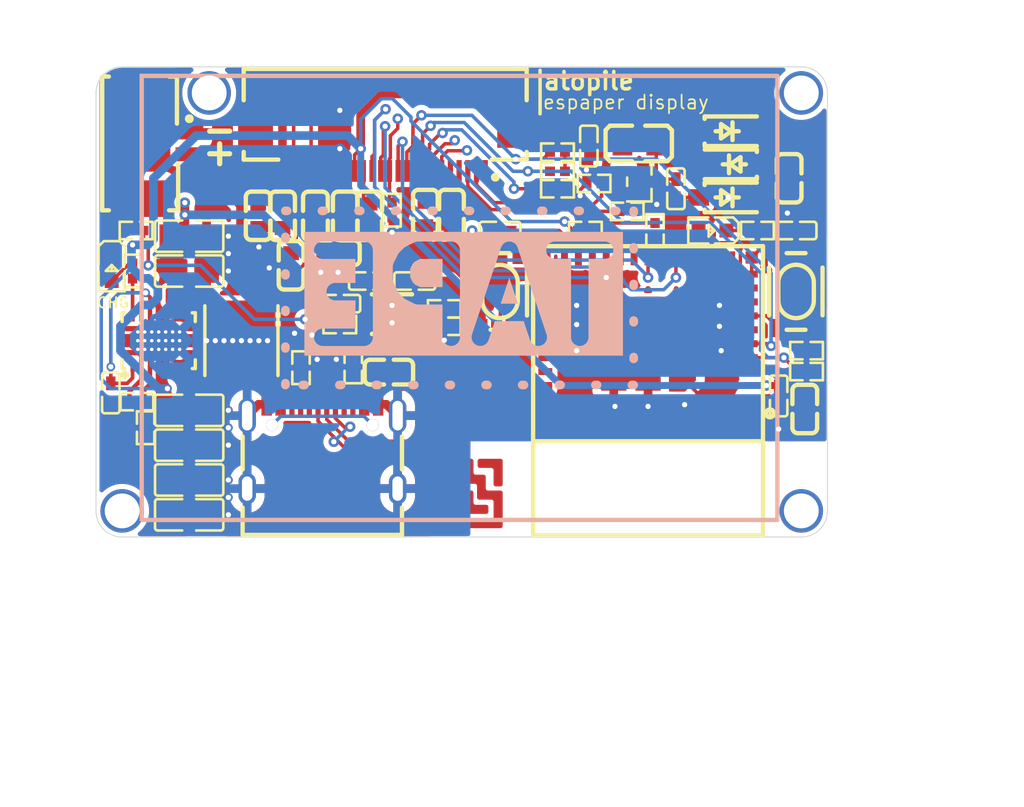
<source format=kicad_pcb>
(kicad_pcb (version 20241229) (generator "pcbnew") (generator_version "9.0")
  (layers (0 "F.Cu" signal) (2 "B.Cu" signal) (13 "F.Paste" user) (15 "B.Paste" user) (5 "F.SilkS" user "F.Silkscreen") (7 "B.SilkS" user "B.Silkscreen") (1 "F.Mask" user) (3 "B.Mask" user) (25 "Edge.Cuts" user))
  (net 0 "")
  (net 1 "esp32-net-11")
  (net 2 "RX")
  (net 3 "TX")
  (net 4 "EPD_SPI_MISO")
  (net 5 "conn-net")
  (net 6 "data_2")
  (net 7 "_25")
  (net 8 "A5")
  (net 9 "vpp-line")
  (net 10 "esp32-net-2")
  (net 11 "gate")
  (net 12 "esp32-net-6")
  (net 13 "vsh-line")
  (net 14 "N_TRST")
  (net 15 "_26")
  (net 16 "esp32-net-10")
  (net 17 "bs-line")
  (net 18 "esp32-net-3")
  (net 19 "SCK")
  (net 20 "prevgl-anode")
  (net 21 "B5")
  (net 22 "esp32-net-1")
  (net 23 "esp32-net-8")
  (net 24 "hlt_ctl-line")
  (net 25 "esp32-net-5")
  (net 26 "B8")
  (net 27 "tsda-line")
  (net 28 "esp32-net-13")
  (net 29 "esp32-net-9")
  (net 30 "vdd-line")
  (net 31 "vsl-line")
  (net 32 "source")
  (net 33 "A8")
  (net 34 "esp32-net-12")
  (net 35 "esp32-net-4")
  (net 36 "vgl-line")
  (net 37 "vddio")
  (net 38 "vcom-line")
  (net 39 "esp32-net-7")
  (net 40 "SCL")
  (net 41 "tscl-line")
  (net 42 "esp32-net-0")
  (net 43 "d_gnd-anode")
  (net 44 "USB_D_P")
  (net 45 "EPD_SPI_MOSI")
  (net 46 "USB_D_N")
  (net 47 "output")
  (net 48 "charge_pump_inductor-anode")
  (net 49 "prevgh-cathode")
  (net 50 "vgh-line")
  (net 51 "EPD_RST")
  (net 52 "EPD_BUSY")
  (net 53 "L1")
  (net 54 "ISET")
  (net 55 "ILIM_VSET")
  (net 56 "POWER_VBUS")
  (net 57 "POWER_3V3")
  (net 58 "power_sys-VCC")
  (net 59 "power-VCC")
  (net 60 "_power_in_a-VCC")
  (net 61 "VDIV_OUTPUT")
  (net 62 "model-power-GND")
  (net 63 "nCE")
  (net 64 "STAT1")
  (net 65 "L2")
  (net 66 "PG")
  (net 67 "TS_MR")
  (net 68 "EPD_SPI_SCLK")
  (net 69 "EPD_SPI_CS")
  (net 70 "EPD_DC")
  (net 71 "blue_led-cathode")
  (net 72 "power-anode")
  (net 73 "red_led-power-GND")
  (net 74 "footprint-cathode")
  (footprint "UNI_ROYAL_0402WGF1004TCE:R0402" (layer "F.Cu") (at 130.1 99.725 90)
    (property "Reference" "R5" (hide yes))
    (property "Value" "1MΩ ±1% 62.5mW")
  )
  (footprint "MOLEX_532610271:CONN-SMD_532610271" (layer "F.Cu") (at 131.9175 92.4 90)
    (property "Reference" "U1" (hide yes))
    (property "Value" "")
  )
  (footprint "Samsung_Electro_Mechanics_CL21A226MQQNNNE:C0805" (layer "F.Cu") (at 133.35 111.725)
    (property "Reference" "C21" (hide yes))
    (property "Value" "22µF ±20% 6.3V X5R")
  )
  (footprint "Murata_Electronics_GRM155R60J106ME44D:C0402" (layer "F.Cu") (at 143.7 100.3)
    (property "Reference" "C26" (hide yes))
    (property "Value" "10µF ±20% 6.3V X5R")
  )
  (footprint "Samsung_Electro_Mechanics_CL05A105KA5NQNC:C0402" (layer "F.Cu") (at 146.3 100.3 180)
    (property "Reference" "C27" (hide yes))
    (property "Value" "1µF ±10% 25V X5R")
  )
  (footprint "Samsung_Electro_Mechanics_CL10A105KB8NNNC:C0603" (layer "F.Cu") (at 137.313182 96.554221 -90)
    (property "Reference" "C13" (hide yes))
    (property "Value" "1µF ±10% 50V X5R")
  )
  (footprint "Samsung_Electro_Mechanics_CL10A105KB8NNNC:C0603" (layer "F.Cu") (at 143.713182 96.554221 -90)
    (property "Reference" "C2" (hide yes))
    (property "Value" "1µF ±10% 50V X5R")
  )
  (footprint "UNI_ROYAL_0402WGF4701TCE:R0402" (layer "F.Cu") (at 139.772949 105.277503 90)
    (property "Reference" "R13" (hide yes))
    (property "Value" "4.7kΩ ±1% 62.5mW")
  )
  (footprint "UNI_ROYAL_0402WGF1002TCE:R0402" (layer "F.Cu") (at 168.8 104.3 180)
    (property "Reference" "R9" (hide yes))
    (property "Value" "10kΩ ±1% 62.5mW")
  )
  (footprint "UNI_ROYAL_0402WGF2003TCE:R0402" (layer "F.Cu") (at 130.35 107.225 180)
    (property "Reference" "R1" (hide yes))
    (property "Value" "200kΩ ±1% 62.5mW")
  )
  (footprint "YAGEO_RC0402FR_0718KL:R0402" (layer "F.Cu") (at 148 102.9)
    (property "Reference" "R17" (hide yes))
    (property "Value" "18kΩ ±1% 62.5mW")
  )
  (footprint "UNI_ROYAL_0402WGF2001TCE:R0402" (layer "F.Cu") (at 148 101.9)
    (property "Reference" "R15" (hide yes))
    (property "Value" "2kΩ ±1% 62.5mW")
  )
  (footprint "UNI_ROYAL_0402WGF1002TCE:R0402" (layer "F.Cu") (at 154.5 92.9)
    (property "Reference" "R12" (hide yes))
    (property "Value" "10kΩ ±1% 62.5mW")
  )
  (footprint "Samsung_Electro_Mechanics_CL10A105KB8NNNC:C0603" (layer "F.Cu") (at 167.8 94.4 -90)
    (property "Reference" "C12" (hide yes))
    (property "Value" "1µF ±10% 50V X5R")
  )
  (footprint "Samsung_Electro_Mechanics_CL10A105KB8NNNC:C0603" (layer "F.Cu") (at 139.2 99.4 -90)
    (property "Reference" "C10" (hide yes))
    (property "Value" "1µF ±10% 50V X5R")
  )
  (footprint "UNI_ROYAL_0402WGF1002TCE:R0402" (layer "F.Cu") (at 168.8 105.5)
    (property "Reference" "R7" (hide yes))
    (property "Value" "10kΩ ±1% 62.5mW")
  )
  (footprint "Samsung_Electro_Mechanics_CL05A105KA5NQNC:C0402" (layer "F.Cu") (at 161.3 95 90)
    (property "Reference" "C18" (hide yes))
    (property "Value" "1µF ±10% 25V X5R")
  )
  (footprint "FOJAN_FRC0402F1204TS:R0402" (layer "F.Cu") (at 130.85 108.725 90)
    (property "Reference" "R2" (hide yes))
    (property "Value" "1.2MΩ ±1% 62.5mW")
  )
  (footprint "Taiyo_Yuden_LB2012T680M:L0805" (layer "F.Cu") (at 159.2 92.4)
    (property "Reference" "L2" (hide yes))
    (property "Value" "68µH ±20% 50mA 6Ω")
  )
  (footprint "Samsung_Electro_Mechanics_CL21A226MQQNNNE:C0805" (layer "F.Cu") (at 133.35 107.725)
    (property "Reference" "C23" (hide yes))
    (property "Value" "22µF ±20% 6.3V X5R")
  )
  (footprint "UNI_ROYAL_0402WGF1002TCE:R0402" (layer "F.Cu") (at 156.6 94.7 180)
    (property "Reference" "R11" (hide yes))
    (property "Value" "10kΩ ±1% 62.5mW")
  )
  (footprint "Hubei_KENTO_Elec_KT_0603R:LED0603-RD" (layer "F.Cu") (at 128.9 99.5 -90)
    (property "Reference" "LED2" (hide yes))
    (property "Value" "")
  )
  (footprint "TWGMC_MBR0530:SOD-123_L2.7-W1.6-LS3.7-RD-1" (layer "F.Cu") (at 164.6 93.6)
    (property "Reference" "D3" (hide yes))
    (property "Value" "")
  )
  (footprint "Texas_Instruments_TPS63020DSJR:VSON-14_L4.0-W3.0-P0.50-BL-EP_TI_DSJ" (layer "F.Cu") (at 131.6 103.725)
    (property "Reference" "U3" (hide yes))
    (property "Value" "")
  )
  (footprint "Samsung_Electro_Mechanics_CL05B104KO5NNNC:C0402" (layer "F.Cu") (at 168.2 97.4 180)
    (property "Reference" "C15" (hide yes))
    (property "Value" "100nF ±10% 16V X7R")
  )
  (footprint "Espressif_Systems_ESP32_C3_MINI_1_N4:WIFIM-SMD_ESP32-C3-MINI-1" (layer "F.Cu") (at 159.7 103.9 180)
    (property "Reference" "U2" (hide yes))
    (property "Value" "")
  )
  (footprint "UNI_ROYAL_0402WGF4701TCE:R0402" (layer "F.Cu") (at 142.773595 105.23043 90)
    (property "Reference" "R14" (hide yes))
    (property "Value" "4.7kΩ ±1% 62.5mW")
  )
  (footprint "YAGEO_RL0402FR_070R47L:R0402" (layer "F.Cu") (at 158.5 96.3)
    (property "Reference" "R10" (hide yes))
    (property "Value" "470mΩ ±1%")
  )
  (footprint "Samsung_Electro_Mechanics_CL21A106KAYNNNE:C0805" (layer "F.Cu") (at 133.35 99.725)
    (property "Reference" "C3" (hide yes))
    (property "Value" "10µF ±10% 25V X5R")
  )
  (footprint "cjiang_FNR4030S1R0MT:IND-SMD_L4.0-W4.0_FNR40XXS" (layer "F.Cu") (at 136.35 103.725 -90)
    (property "Reference" "L1" (hide yes))
    (property "Value" "1µH ±20% 4.7A 18mΩ")
  )
  (footprint "Samsung_Electro_Mechanics_CL05B104KO5NNNC:C0402" (layer "F.Cu") (at 128.85 106.725 -90)
    (property "Reference" "C24" (hide yes))
    (property "Value" "100nF ±10% 16V X7R")
  )
  (footprint "Hubei_KENTO_Elec_Blue_light_0603:LED0603-RD" (layer "F.Cu") (at 163.4 97.4 180)
    (property "Reference" "LED1" (hide yes))
    (property "Value" "")
  )
  (footprint "kinghelm_KH_TYPE_C_16P:USB-C-SMD_KH-TYPE-C-16P" (layer "F.Cu") (at 141 109.8)
    (property "Reference" "USB1" (hide yes))
    (property "Value" "")
  )
  (footprint "Samsung_Electro_Mechanics_CL05A475MP5NRNC:C0402" (layer "F.Cu") (at 156.3 92.55 -90)
    (property "Reference" "C1" (hide yes))
    (property "Value" "4.7µF ±20% 10V X5R")
  )
  (footprint "Samsung_Electro_Mechanics_CL21A226MQQNNNE:C0805" (layer "F.Cu") (at 133.35 113.725)
    (property "Reference" "C20" (hide yes))
    (property "Value" "22µF ±20% 6.3V X5R")
  )
  (footprint "UNI_ROYAL_0402WGF1002TCE:R0402" (layer "F.Cu") (at 142 102.8 180)
    (property "Reference" "R16" (hide yes))
    (property "Value" "10kΩ ±1% 62.5mW")
  )
  (footprint "UNI_ROYAL_0402WGF1002TCE:R0402" (layer "F.Cu") (at 165.98 97.4)
    (property "Reference" "R20" (hide yes))
    (property "Value" "10kΩ ±1% 62.5mW")
  )
  (footprint "TECH_PUBLIC_SI1308EDL:SOT-323-3_L2.0-W1.3-P1.30-LS2.1-BR" (layer "F.Cu") (at 159.2 94.6 180)
    (property "Reference" "Q1" (hide yes))
    (property "Value" "")
  )
  (footprint "UNI_ROYAL_0402WGF330KTCE:R0402" (layer "F.Cu") (at 154.5 95)
    (property "Reference" "R3" (hide yes))
    (property "Value" "3.3Ω ±1% 62.5mW")
  )
  (footprint "ALPSALPINE_SKRPACE010:KEY-SMD_4P-L4.2-W3.2-P2.20-LS4.6" (layer "F.Cu") (at 151.2 100.9 90)
    (property "Reference" "SW1" (hide yes))
    (property "Value" "")
  )
  (footprint "UNI_ROYAL_0402WGF1002TCE:R0402" (layer "F.Cu") (at 154.5 94)
    (property "Reference" "R4" (hide yes))
    (property "Value" "10kΩ ±1% 62.5mW")
  )
  (footprint "Samsung_Electro_Mechanics_CL21A226MQQNNNE:C0805" (layer "F.Cu") (at 133.35 109.725)
    (property "Reference" "C22" (hide yes))
    (property "Value" "22µF ±20% 6.3V X5R")
  )
  (footprint "XUNPU_FPC_05F_24PH20:FPC-SMD_24P-P0.50_FPC-05F-24PH20" (layer "F.Cu") (at 144.6 92.69 180)
    (property "Reference" "FPC1" (hide yes))
    (property "Value" "")
  )
  (footprint "Samsung_Electro_Mechanics_CL10A105KB8NNNC:C0603" (layer "F.Cu") (at 142.313182 96.554221 -90)
    (property "Reference" "C7" (hide yes))
    (property "Value" "1µF ±10% 50V X5R")
  )
  (footprint "Samsung_Electro_Mechanics_CL21A106KAYNNNE:C0805" (layer "F.Cu") (at 133.35 97.725)
    (property "Reference" "C4" (hide yes))
    (property "Value" "10µF ±10% 25V X5R")
  )
  (footprint "UNI_ROYAL_0402WGF1002TCE:R0402" (layer "F.Cu") (at 160.1 97.4 90)
    (property "Reference" "R6" (hide yes))
    (property "Value" "10kΩ ±1% 62.5mW")
  )
  (footprint "Samsung_Electro_Mechanics_CL05B104KO5NNNC:C0402" (layer "F.Cu") (at 151.2 97.4)
    (property "Reference" "C14" (hide yes))
    (property "Value" "100nF ±10% 16V X7R")
  )
  (footprint "atopile_Logo_4x4mm:atopile_Logo_4x4mm" (layer "F.Cu") (at 149.2 112.467832)
    (property "Reference" "LOGO1" (hide yes))
    (property "Value" "" (hide yes))
  )
  (footprint "UNI_ROYAL_0402WGF1002TCE:R0402" (layer "F.Cu") (at 146.663837 103.878114)
    (property "Reference" "R19" (hide yes))
    (property "Value" "10kΩ ±1% 62.5mW")
  )
  (footprint "Samsung_Electro_Mechanics_CL10A105KB8NNNC:C0603" (layer "F.Cu") (at 146.913182 96.454221 -90)
    (property "Reference" "C6" (hide yes))
    (property "Value" "1µF ±10% 50V X5R")
  )
  (footprint "Samsung_Electro_Mechanics_CL10A105KB8NNNC:C0603" (layer "F.Cu") (at 138.713182 96.554221 -90)
    (property "Reference" "C11" (hide yes))
    (property "Value" "1µF ±10% 50V X5R")
  )
  (footprint "Samsung_Electro_Mechanics_CL10A475KO8NNNC:C0603" (layer "F.Cu") (at 144.817527 105.531916)
    (property "Reference" "C19" (hide yes))
    (property "Value" "4.7µF ±10% 16V X5R")
  )
  (footprint "Samsung_Electro_Mechanics_CL10A105KB8NNNC:C0603" (layer "F.Cu") (at 148.413182 96.454221 -90)
    (property "Reference" "C5" (hide yes))
    (property "Value" "1µF ±10% 50V X5R")
  )
  (footprint "Samsung_Electro_Mechanics_CL05A105KA5NQNC:C0402" (layer "F.Cu") (at 142 101.6 180)
    (property "Reference" "C25" (hide yes))
    (property "Value" "1µF ±10% 25V X5R")
  )
  (footprint "UNI_ROYAL_0402WGF1002TCE:R0402" (layer "F.Cu") (at 145 96.23 -90)
    (property "Reference" "R18" (hide yes))
    (property "Value" "10kΩ ±1% 62.5mW")
  )
  (footprint "Samsung_Electro_Mechanics_CL10A105KB8NNNC:C0603" (layer "F.Cu") (at 141.752718 98.676807)
    (property "Reference" "C8" (hide yes))
    (property "Value" "1µF ±10% 50V X5R")
  )
  (footprint "ALPSALPINE_SKRPACE010:KEY-SMD_4P-L4.2-W3.2-P2.20-LS4.6" (layer "F.Cu") (at 168.2 100.9 -90)
    (property "Reference" "SW2" (hide yes))
    (property "Value" "")
  )
  (footprint "UNI_ROYAL_0402WGF1002TCE:R0402" (layer "F.Cu") (at 130.3 97.4)
    (property "Reference" "R21" (hide yes))
    (property "Value" "10kΩ ±1% 62.5mW")
  )
  (footprint "UNI_ROYAL_0402WGF1002TCE:R0402" (layer "F.Cu") (at 156.1 97.4 180)
    (property "Reference" "R8" (hide yes))
    (property "Value" "10kΩ ±1% 62.5mW")
  )
  (footprint "BQ25185DLHR_BQ25185DLHR:WSON-10_L2.2-W2.0-P0.40-BL-EP_TI_DLH0010A" (layer "F.Cu") (at 145 102.2 -90)
    (property "Reference" "U4" (hide yes))
    (property "Value" "")
  )
  (footprint "Samsung_Electro_Mechanics_CL05B104KO5NNNC:C0402" (layer "F.Cu") (at 167.2 106.9 -90)
    (property "Reference" "C17" (hide yes))
    (property "Value" "100nF ±10% 16V X7R")
  )
  (footprint "Samsung_Electro_Mechanics_CL10A105KB8NNNC:C0603" (layer "F.Cu") (at 140.6 96.554221 -90)
    (property "Reference" "C9" (hide yes))
    (property "Value" "1µF ±10% 50V X5R")
  )
  (footprint "TWGMC_MBR0530:SOD-123_L2.7-W1.6-LS3.7-RD-1" (layer "F.Cu") (at 164.3 95.5 180)
    (property "Reference" "D1" (hide yes))
    (property "Value" "")
  )
  (footprint "Samsung_Electro_Mechanics_CL10A226MQ8NRNC:C0603" (layer "F.Cu") (at 168.7 107.65 -90)
    (property "Reference" "C16" (hide yes))
    (property "Value" "22µF ±20% 6.3V X5R")
  )
  (footprint "TWGMC_MBR0530:SOD-123_L2.7-W1.6-LS3.7-RD-1" (layer "F.Cu") (at 164.3 91.7 180)
    (property "Reference" "D2" (hide yes))
    (property "Value" "")
  )
  (footprint "EEMB_BATTERY_LP402535:EEMB_BATTERY_LP402535" (layer "B.Cu") (at 148.875 101.27 -90)
    (property "Reference" "B1" (hide yes))
    (property "Value" "")
  )
  (gr_line (start 153.5 88.2) (end 153.5 90.7) (stroke (width 0.2)) (layer "F.SilkS"))
  (gr_arc (start 128 89.5) (mid 128.43934 88.43934) (end 129.5 88) (stroke (width 0.05)) (layer "Edge.Cuts"))
  (gr_arc (start 170 113.5) (mid 169.56066 114.56066) (end 168.5 115) (stroke (width 0.05)) (layer "Edge.Cuts"))
  (gr_line (start 128 113.5) (end 128 89.5) (stroke (width 0.05)) (layer "Edge.Cuts"))
  (gr_line (start 170 89.5) (end 170 113.5) (stroke (width 0.05)) (layer "Edge.Cuts"))
  (gr_line (start 129.5 88) (end 168.5 88) (stroke (width 0.05)) (layer "Edge.Cuts"))
  (gr_arc (start 129.5 115) (mid 128.43934 114.56066) (end 128 113.5) (stroke (width 0.05)) (layer "Edge.Cuts"))
  (gr_line (start 168.5 115) (end 129.5 115) (stroke (width 0.05)) (layer "Edge.Cuts"))
  (gr_arc (start 168.5 88) (mid 169.56066 88.43934) (end 170 89.5) (stroke (width 0.05)) (layer "Edge.Cuts"))
  (gr_text "espaper display" (at 153.6 90.5 0) (layer "F.SilkS") (effects (font (size 0.8 0.8) (thickness 0.1)) (justify left bottom)))
  (gr_text "+" (at 135.1 93.1 180) (layer "F.SilkS") (effects (font (size 1.5 1.5) (thickness 0.3))))
  (gr_text "CHG" (at 128 101.9 0) (layer "F.SilkS") (effects (font (size 0.6 0.6) (thickness 0.1)) (justify left bottom)))
  (gr_text "-" (at 135.1 91.8 180) (layer "F.SilkS") (effects (font (size 1.5 1.5) (thickness 0.3))))
  (gr_text "atopile" (at 153.6 89.4 0) (layer "F.SilkS") (effects (font (size 1 1) (thickness 0.2)) (justify left bottom)))
  (via (at 149.6 97.4) (size 0.6) (drill 0.3) (layers "F.Cu" "B.Cu") (net 0))
  (via (at 168.5 113.5) (size 2.5) (drill 2) (layers "F.Cu" "B.Cu") (net 0))
  (via (at 129.5 113.5) (size 2.5) (drill 2) (layers "F.Cu" "B.Cu") (net 0))
  (via (at 168.5 89.5) (size 2.5) (drill 2) (layers "F.Cu" "B.Cu") (net 0))
  (via (at 134.5 89.5) (size 2.5) (drill 2) (layers "F.Cu" "B.Cu") (net 0))
  (segment (start 156.5 97.43) (end 156.53 97.4) (width 0.2) (layer "F.Cu") (net 4))
  (segment (start 156.5 99) (end 156.5 97.43) (width 0.2) (layer "F.Cu") (net 4))
  (segment (start 143.89 108.57) (end 143.385201 108.065201) (width 0.2) (layer "B.Cu") (net 5))
  (segment (start 138.614799 108.065201) (end 138.11 108.57) (width 0.2) (layer "B.Cu") (net 5))
  (segment (start 143.385201 108.065201) (end 138.614799 108.065201) (width 0.2) (layer "B.Cu") (net 5))
  (segment (start 139.772949 105.787503) (end 139.772949 107.357051) (width 0.25) (layer "F.Cu") (net 8))
  (segment (start 139.772949 107.357051) (end 139.75 107.38) (width 0.25) (layer "F.Cu") (net 8))
  (segment (start 141.363182 93.944221) (end 141.363182 98.604221) (width 0.2) (layer "F.Cu") (net 9))
  (segment (start 141.363182 98.604221) (end 141.313182 98.654221) (width 0.2) (layer "F.Cu") (net 9))
  (segment (start 157.03 94.7) (end 157.03 95.4319) (width 0.2) (layer "F.Cu") (net 11))
  (segment (start 157.55 94.7) (end 158.3 93.95) (width 0.2) (layer "F.Cu") (net 11))
  (segment (start 155.1639 95.801) (end 155.1629 95.8) (width 0.2) (layer "F.Cu") (net 11))
  (segment (start 149.85 94.7899) (end 149.85 93.98) (width 0.2) (layer "F.Cu") (net 11))
  (segment (start 157.03 94.7) (end 157.55 94.7) (width 0.2) (layer "F.Cu") (net 11))
  (segment (start 150.8601 95.8) (end 149.85 94.7899) (width 0.2) (layer "F.Cu") (net 11))
  (segment (start 156.048943 96.001) (end 155.551057 96.001) (width 0.2) (layer "F.Cu") (net 11))
  (segment (start 157.03 95.4319) (end 156.5629 95.899) (width 0.2) (layer "F.Cu") (net 11))
  (segment (start 155.551057 96.001) (end 155.351057 95.801) (width 0.2) (layer "F.Cu") (net 11))
  (segment (start 155.351057 95.801) (end 155.1639 95.801) (width 0.2) (layer "F.Cu") (net 11))
  (segment (start 156.5629 95.899) (end 156.150943 95.899) (width 0.2) (layer "F.Cu") (net 11))
  (segment (start 156.150943 95.899) (end 156.048943 96.001) (width 0.2) (layer "F.Cu") (net 11))
  (segment (start 155.1629 95.8) (end 150.8601 95.8) (width 0.2) (layer "F.Cu") (net 11))
  (segment (start 140.6 95.767403) (end 140.863182 95.504221) (width 0.2) (layer "F.Cu") (net 13))
  (segment (start 140.863182 95.504221) (end 140.863182 93.944221) (width 0.2) (layer "F.Cu") (net 13))
  (segment (start 140.6 95.854221) (end 140.6 95.767403) (width 0.2) (layer "F.Cu") (net 13))
  (segment (start 167.13 98.8) (end 167.13 98.67) (width 0.2) (layer "F.Cu") (net 14))
  (segment (start 167.65 98.15) (end 167.65 97.4) (width 0.2) (layer "F.Cu") (net 14))
  (segment (start 167.13 103.13) (end 167.13 103) (width 0.2) (layer "F.Cu") (net 14))
  (segment (start 167.13 98.67) (end 167.65 98.15) (width 0.2) (layer "F.Cu") (net 14))
  (segment (start 167.13 103) (end 167.13 102.93) (width 0.2) (layer "F.Cu") (net 14))
  (segment (start 168.3 104.3) (end 167.13 103.13) (width 0.2) (layer "F.Cu") (net 14))
  (segment (start 167.13 98.8) (end 167.13 103) (width 0.2) (layer "F.Cu") (net 14))
  (segment (start 166.5 102.3) (end 165.6 102.3) (width 0.2) (layer "F.Cu") (net 14))
  (segment (start 167.13 102.93) (end 166.5 102.3) (width 0.2) (layer "F.Cu") (net 14))
  (segment (start 168.37 104.3) (end 168.3 104.3) (width 0.2) (layer "F.Cu") (net 14))
  (segment (start 146.85 93.034143) (end 146.85 93.98) (width 0.2) (layer "F.Cu") (net 17))
  (segment (start 147.154131 92.445869) (end 147.154131 92.730012) (width 0.2) (layer "F.Cu") (net 17))
  (segment (start 147.8 91.8) (end 147.154131 92.445869) (width 0.2) (layer "F.Cu") (net 17))
  (segment (start 154.07 95) (end 152 95) (width 0.2) (layer "F.Cu") (net 17))
  (segment (start 147.154131 92.730012) (end 146.85 93.034143) (width 0.2) (layer "F.Cu") (net 17))
  (segment (start 147.9 91.8) (end 147.8 91.8) (width 0.2) (layer "F.Cu") (net 17))
  (via (at 147.9 91.8) (size 0.6) (drill 0.3) (layers "F.Cu" "B.Cu") (net 17))
  (via (at 152 95) (size 0.6) (drill 0.3) (layers "F.Cu" "B.Cu") (net 17))
  (segment (start 147.9 91.8) (end 148.0809 91.6191) (width 0.2) (layer "B.Cu") (net 17))
  (segment (start 152 94.617043) (end 152 95) (width 0.2) (layer "B.Cu") (net 17))
  (segment (start 149.002057 91.6191) (end 152 94.617043) (width 0.2) (layer "B.Cu") (net 17))
  (segment (start 148.0809 91.6191) (end 149.002057 91.6191) (width 0.2) (layer "B.Cu") (net 17))
  (segment (start 166.4 93.6) (end 166.6 93.8) (width 0.2) (layer "F.Cu") (net 20))
  (segment (start 166.6 93.8) (end 167.7 93.8) (width 0.2) (layer "F.Cu") (net 20))
  (segment (start 139.35 93.98) (end 139.35 90.65) (width 0.2) (layer "F.Cu") (net 20))
  (segment (start 167.7 93.8) (end 167.8 93.7) (width 0.2) (layer "F.Cu") (net 20))
  (segment (start 167.8 91.5) (end 167.8 93.7) (width 0.2) (layer "F.Cu") (net 20))
  (segment (start 166.3 93.6) (end 166.4 93.6) (width 0.2) (layer "F.Cu") (net 20))
  (segment (start 141.399 88.601) (end 164.901 88.601) (width 0.2) (layer "F.Cu") (net 20))
  (segment (start 139.35 90.65) (end 141.399 88.601) (width 0.2) (layer "F.Cu") (net 20))
  (segment (start 164.901 88.601) (end 167.8 91.5) (width 0.2) (layer "F.Cu") (net 20))
  (segment (start 142.773595 107.356405) (end 142.75 107.38) (width 0.25) (layer "F.Cu") (net 21))
  (segment (start 142.773595 105.74043) (end 142.773595 107.356405) (width 0.25) (layer "F.Cu") (net 21))
  (segment (start 147.35 93.103) (end 147.35 93.98) (width 0.2) (layer "F.Cu") (net 27))
  (segment (start 148.401 92.4191) (end 148.0339 92.4191) (width 0.2) (layer "F.Cu") (net 27))
  (segment (start 148.6 92.2201) (end 148.401 92.4191) (width 0.2) (layer "F.Cu") (net 27))
  (segment (start 148.0339 92.4191) (end 147.556888 92.896112) (width 0.2) (layer "F.Cu") (net 27))
  (segment (start 147.555131 92.896112) (end 147.5 92.951243) (width 0.2) (layer "F.Cu") (net 27))
  (segment (start 147.5 92.953) (end 147.35 93.103) (width 0.2) (layer "F.Cu") (net 27))
  (segment (start 147.556888 92.896112) (end 147.555131 92.896112) (width 0.2) (layer "F.Cu") (net 27))
  (segment (start 147.5 92.951243) (end 147.5 92.953) (width 0.2) (layer "F.Cu") (net 27))
  (via (at 148.6 92.2201) (size 0.6) (drill 0.3) (layers "F.Cu" "B.Cu") (net 27))
  (segment (start 141.863182 95.404221) (end 141.863182 93.944221) (width 0.2) (layer "F.Cu") (net 30))
  (segment (start 142.313182 95.854221) (end 141.863182 95.404221) (width 0.2) (layer "F.Cu") (net 30))
  (segment (start 138.760727 95.854221) (end 139.099 95.515948) (width 0.2) (layer "F.Cu") (net 31))
  (segment (start 139.099 95.515948) (end 139.099 95.482149) (width 0.2) (layer "F.Cu") (net 31))
  (segment (start 139.099 95.482149) (end 139.863182 94.717967) (width 0.2) (layer "F.Cu") (net 31))
  (segment (start 138.713182 95.854221) (end 138.760727 95.854221) (width 0.2) (layer "F.Cu") (net 31))
  (segment (start 139.863182 94.717967) (end 139.863182 93.944221) (width 0.2) (layer "F.Cu") (net 31))
  (segment (start 158.3 95.25) (end 158.3 96.07) (width 0.2) (layer "F.Cu") (net 32))
  (segment (start 150.694 96.201) (end 154.9968 96.201) (width 0.2) (layer "F.Cu") (net 32))
  (segment (start 156.215043 96.402) (end 156.317043 96.3) (width 0.2) (layer "F.Cu") (net 32))
  (segment (start 155.184957 96.202) (end 155.384957 96.402) (width 0.2) (layer "F.Cu") (net 32))
  (segment (start 149.35 94.857) (end 150.694 96.201) (width 0.2) (layer "F.Cu") (net 32))
  (segment (start 154.9978 96.202) (end 155.184957 96.202) (width 0.2) (layer "F.Cu") (net 32))
  (segment (start 158.3 96.07) (end 158.07 96.3) (width 0.2) (layer "F.Cu") (net 32))
  (segment (start 156.317043 96.3) (end 158.07 96.3) (width 0.2) (layer "F.Cu") (net 32))
  (segment (start 155.384957 96.402) (end 156.215043 96.402) (width 0.2) (layer "F.Cu") (net 32))
  (segment (start 154.9968 96.201) (end 154.9978 96.202) (width 0.2) (layer "F.Cu") (net 32))
  (segment (start 149.35 93.98) (end 149.35 94.857) (width 0.2) (layer "F.Cu") (net 32))
  (segment (start 148.863182 95.304221) (end 148.863182 93.944221) (width 0.2) (layer "F.Cu") (net 36))
  (segment (start 148.413182 95.754221) (end 148.863182 95.304221) (width 0.2) (layer "F.Cu") (net 36))
  (segment (start 143.363182 95.504221) (end 143.363182 93.944221) (width 0.2) (layer "F.Cu") (net 37))
  (segment (start 143.713182 95.854221) (end 143.363182 95.504221) (width 0.2) (layer "F.Cu") (net 37))
  (segment (start 137.313182 95.854221) (end 137.313182 95.494221) (width 0.2) (layer "F.Cu") (net 38))
  (segment (start 137.313182 95.494221) (end 138.863182 93.944221) (width 0.2) (layer "F.Cu") (net 38))
  (segment (start 149.2799 92.8201) (end 148.2 92.8201) (width 0.2) (layer "F.Cu") (net 41))
  (segment (start 149.3 92.8) (end 149.2799 92.8201) (width 0.2) (layer "F.Cu") (net 41))
  (segment (start 147.85 93.1701) (end 147.85 93.98) (width 0.2) (layer "F.Cu") (net 41))
  (segment (start 148.2 92.8201) (end 147.85 93.1701) (width 0.2) (layer "F.Cu") (net 41))
  (via (at 149.3 92.8) (size 0.6) (drill 0.3) (layers "F.Cu" "B.Cu") (net 41))
  (segment (start 162.9 93.6) (end 162.9 95.2) (width 0.2) (layer "F.Cu") (net 43))
  (segment (start 162.9 95.2) (end 162.6 95.5) (width 0.2) (layer "F.Cu") (net 43))
  (segment (start 162.6 95.5) (end 161.35 95.5) (width 0.2) (layer "F.Cu") (net 43))
  (segment (start 161.35 95.5) (end 161.3 95.55) (width 0.2) (layer "F.Cu") (net 43))
  (segment (start 140.75 108.35) (end 140.75 107.38) (width 0.2) (layer "F.Cu") (net 44))
  (segment (start 151.619 105.128) (end 146.847 109.9) (width 0.2) (layer "F.Cu") (net 44))
  (segment (start 142.08355 108.51645) (end 142.2671 108.7) (width 0.2) (layer "F.Cu") (net 44))
  (segment (start 142.2671 108.7) (end 142.5 108.7) (width 0.2) (layer "F.Cu") (net 44))
  (segment (start 151.619 102.174) (end 151.619 105.128) (width 0.2) (layer "F.Cu") (net 44))
  (segment (start 141.75 107.38) (end 141.75 108.1829) (width 0.2) (layer "F.Cu") (net 44))
  (segment (start 146.847 109.9) (end 142.3 109.9) (width 0.2) (layer "F.Cu") (net 44))
  (segment (start 153.8 101.5) (end 152.293 101.5) (width 0.2) (layer "F.Cu") (net 44))
  (segment (start 141.75 108.1829) (end 142.08355 108.51645) (width 0.2) (layer "F.Cu") (net 44))
  (segment (start 152.293 101.5) (end 151.619 102.174) (width 0.2) (layer "F.Cu") (net 44))
  (segment (start 142.3 109.9) (end 140.75 108.35) (width 0.2) (layer "F.Cu") (net 44))
  (via (at 141.653659 109.529981) (size 0.6) (drill 0.3) (layers "F.Cu" "B.Cu") (net 44))
  (via (at 142.592087 108.666201) (size 0.6) (drill 0.3) (layers "F.Cu" "B.Cu") (net 44))
  (segment (start 142.592087 108.666201) (end 142.517439 108.666201) (width 0.2) (layer "B.Cu") (net 44))
  (segment (start 142.517439 108.666201) (end 141.653659 109.529981) (width 0.2) (layer "B.Cu") (net 44))
  (segment (start 157.3 99) (end 157.3 100.1) (width 0.2) (layer "F.Cu") (net 45))
  (segment (start 144 91.060662) (end 144 93) (width 0.2) (layer "F.Cu") (net 45))
  (segment (start 144 93) (end 143.85 93.15) (width 0.2) (layer "F.Cu") (net 45))
  (segment (start 143.85 93.15) (end 143.85 93.98) (width 0.2) (layer "F.Cu") (net 45))
  (segment (start 144.628831 90.431831) (end 144 91.060662) (width 0.2) (layer "F.Cu") (net 45))
  (via (at 144.628831 90.431831) (size 0.6) (drill 0.3) (layers "F.Cu" "B.Cu") (net 45))
  (via (at 157.3 100.1) (size 0.6) (drill 0.3) (layers "F.Cu" "B.Cu") (net 45))
  (segment (start 143.999 94.899) (end 149.2 100.1) (width 0.2) (layer "B.Cu") (net 45))
  (segment (start 149.2 100.1) (end 157.3 100.1) (width 0.2) (layer "B.Cu") (net 45))
  (segment (start 143.999 91.061662) (end 143.999 94.899) (width 0.2) (layer "B.Cu") (net 45))
  (segment (start 144.628831 90.431831) (end 143.999 91.061662) (width 0.2) (layer "B.Cu") (net 45))
  (segment (start 141.25 106.478) (end 141.25 107.38) (width 0.2) (layer "F.Cu") (net 46))
  (segment (start 141.25 107.38) (end 141.25 108.25) (width 0.2) (layer "F.Cu") (net 46))
  (segment (start 152.5259 100.7) (end 153.8 100.7) (width 0.2) (layer "F.Cu") (net 46))
  (segment (start 141.201 106.429) (end 141.25 106.478) (width 0.2) (layer "F.Cu") (net 46))
  (segment (start 151.218 104.9619) (end 151.218 102.0079) (width 0.2) (layer "F.Cu") (net 46))
  (segment (start 140.299 106.429) (end 141.201 106.429) (width 0.2) (layer "F.Cu") (net 46))
  (segment (start 140.25 107.38) (end 140.25 106.478) (width 0.2) (layer "F.Cu") (net 46))
  (segment (start 140.25 106.478) (end 140.299 106.429) (width 0.2) (layer "F.Cu") (net 46))
  (segment (start 142.499 109.499) (end 146.6809 109.499) (width 0.2) (layer "F.Cu") (net 46))
  (segment (start 151.218 102.0079) (end 152.5259 100.7) (width 0.2) (layer "F.Cu") (net 46))
  (segment (start 146.6809 109.499) (end 151.218 104.9619) (width 0.2) (layer "F.Cu") (net 46))
  (segment (start 141.25 108.25) (end 142.499 109.499) (width 0.2) (layer "F.Cu") (net 46))
  (segment (start 155.7 98.5) (end 154.6 97.4) (width 0.2) (layer "F.Cu") (net 47))
  (segment (start 154.6 97.4) (end 151.75 97.4) (width 0.2) (layer "F.Cu") (net 47))
  (segment (start 152.27 98.8) (end 152.27 98.67) (width 0.2) (layer "F.Cu") (net 47))
  (segment (start 151.75 98.15) (end 151.75 97.4) (width 0.2) (layer "F.Cu") (net 47))
  (segment (start 152.27 98.67) (end 151.75 98.15) (width 0.2) (layer "F.Cu") (net 47))
  (segment (start 155.7 99) (end 155.7 98.5) (width 0.2) (layer "F.Cu") (net 47))
  (segment (start 160.17 92.4) (end 160.17 94.53) (width 0.2) (layer "F.Cu") (net 48))
  (segment (start 161.3 94.45) (end 160.25 94.45) (width 0.2) (layer "F.Cu") (net 48))
  (segment (start 160.47 92.1) (end 160.17 92.4) (width 0.2) (layer "F.Cu") (net 48))
  (segment (start 160.17 94.53) (end 160.1 94.6) (width 0.2) (layer "F.Cu") (net 48))
  (segment (start 162.2 92.1) (end 160.47 92.1) (width 0.2) (layer "F.Cu") (net 48))
  (segment (start 162.6 91.7) (end 162.2 92.1) (width 0.2) (layer "F.Cu") (net 48))
  (segment (start 160.25 94.45) (end 160.1 94.6) (width 0.2) (layer "F.Cu") (net 48))
  (segment (start 140.35 90.2171) (end 140.35 93.98) (width 0.2) (layer "F.Cu") (net 49))
  (segment (start 139.2 98.7) (end 139.5 98.4) (width 0.2) (layer "F.Cu") (net 49))
  (segment (start 164.0119 89.002) (end 141.5651 89.002) (width 0.2) (layer "F.Cu") (net 49))
  (segment (start 141.5651 89.002) (end 140.35 90.2171) (width 0.2) (layer "F.Cu") (net 49))
  (segment (start 140.363182 94.785067) (end 140.363182 93.944221) (width 0.2) (layer "F.Cu") (net 49))
  (segment (start 139.5 95.648249) (end 140.363182 94.785067) (width 0.2) (layer "F.Cu") (net 49))
  (segment (start 139.5 98.4) (end 139.5 95.648249) (width 0.2) (layer "F.Cu") (net 49))
  (segment (start 166 91.7) (end 166 90.9901) (width 0.2) (layer "F.Cu") (net 49))
  (segment (start 166 90.9901) (end 164.0119 89.002) (width 0.2) (layer "F.Cu") (net 49))
  (segment (start 148.131182 95.053221) (end 148.363182 94.821221) (width 0.2) (layer "F.Cu") (net 50))
  (segment (start 147.614182 95.053221) (end 148.131182 95.053221) (width 0.2) (layer "F.Cu") (net 50))
  (segment (start 148.363182 94.821221) (end 148.363182 93.944221) (width 0.2) (layer "F.Cu") (net 50))
  (segment (start 146.913182 95.754221) (end 147.614182 95.053221) (width 0.2) (layer "F.Cu") (net 50))
  (segment (start 166.5 103.9) (end 166.639436 103.9) (width 0.2) (layer "F.Cu") (net 51))
  (segment (start 145.85 92.899943) (end 146.201 92.548943) (width 0.2) (layer "F.Cu") (net 51))
  (segment (start 146.201 92.4) (end 146.201 92.051057) (width 0.2) (layer "F.Cu") (net 51))
  (segment (start 166.5 103.9) (end 166.9 103.9) (width 0.2) (layer "F.Cu") (net 51))
  (segment (start 146.68769 90.785908) (end 146.201 91.272598) (width 0.2) (layer "F.Cu") (net 51))
  (segment (start 165.6 103.9) (end 166.5 103.9) (width 0.2) (layer "F.Cu") (net 51))
  (segment (start 146.201 92.548943) (end 146.201 92.4) (width 0.2) (layer "F.Cu") (net 51))
  (segment (start 154.07 92.9) (end 153.67 93.3) (width 0.2) (layer "F.Cu") (net 51))
  (segment (start 166.639436 103.9) (end 166.764188 104.024752) (width 0.2) (layer "F.Cu") (net 51))
  (segment (start 146.201 91.272598) (end 146.201 92.4) (width 0.2) (layer "F.Cu") (net 51))
  (segment (start 145.85 93.98) (end 145.85 92.899943) (width 0.2) (layer "F.Cu") (net 51))
  (segment (start 153.67 93.3) (end 152.1 93.3) (width 0.2) (layer "F.Cu") (net 51))
  (via (at 146.68769 90.785908) (size 0.6) (drill 0.3) (layers "F.Cu" "B.Cu") (net 51))
  (via (at 166.764188 104.024752) (size 0.6) (drill 0.3) (layers "F.Cu" "B.Cu") (net 51))
  (via (at 152.1 93.3) (size 0.6) (drill 0.3) (layers "F.Cu" "B.Cu") (net 51))
  (segment (start 160.2 93.3) (end 152.1 93.3) (width 0.2) (layer "B.Cu") (net 51))
  (segment (start 146.68769 90.785908) (end 149.585908 90.785908) (width 0.2) (layer "B.Cu") (net 51))
  (segment (start 166.764188 99.864188) (end 160.2 93.3) (width 0.2) (layer "B.Cu") (net 51))
  (segment (start 149.585908 90.785908) (end 152.1 93.3) (width 0.2) (layer "B.Cu") (net 51))
  (segment (start 166.764188 104.024752) (end 166.764188 99.864188) (width 0.2) (layer "B.Cu") (net 51))
  (segment (start 154.07 94) (end 152.8 94) (width 0.2) (layer "F.Cu") (net 52))
  (segment (start 146.35 92.967043) (end 146.35 93.98) (width 0.2) (layer "F.Cu") (net 52))
  (segment (start 168.3 105.5) (end 168.37 105.5) (width 0.2) (layer "F.Cu") (net 52))
  (segment (start 146.753131 92.563912) (end 146.35 92.967043) (width 0.2) (layer "F.Cu") (net 52))
  (segment (start 167.5 104.7) (end 165.6 104.7) (width 0.2) (layer "F.Cu") (net 52))
  (segment (start 146.35 92.967043) (end 146.602 92.715043) (width 0.2) (layer "F.Cu") (net 52))
  (segment (start 167.5 104.7) (end 168.3 105.5) (width 0.2) (layer "F.Cu") (net 52))
  (segment (start 146.753131 91.849275) (end 146.753131 92.563912) (width 0.2) (layer "F.Cu") (net 52))
  (segment (start 147.214004 91.388402) (end 146.753131 91.849275) (width 0.2) (layer "F.Cu") (net 52))
  (via (at 147.214004 91.388402) (size 0.6) (drill 0.3) (layers "F.Cu" "B.Cu") (net 52))
  (via (at 167.5 104.7) (size 0.6) (drill 0.3) (layers "F.Cu" "B.Cu") (net 52))
  (via (at 152.8 94) (size 0.6) (drill 0.3) (layers "F.Cu" "B.Cu") (net 52))
  (segment (start 147.403406 91.199) (end 149.149057 91.199) (width 0.2) (layer "B.Cu") (net 52))
  (segment (start 166.589493 104.7) (end 166.163188 104.273695) (width 0.2) (layer "B.Cu") (net 52))
  (segment (start 166.163188 103.775809) (end 166.2 103.738997) (width 0.2) (layer "B.Cu") (net 52))
  (segment (start 166.2 103.738997) (end 166.2 99.8671) (width 0.2) (layer "B.Cu") (net 52))
  (segment (start 155.3 94) (end 152.8 94) (width 0.2) (layer "B.Cu") (net 52))
  (segment (start 163.269597 96.936697) (end 158.236697 96.936697) (width 0.2) (layer "B.Cu") (net 52))
  (segment (start 158.236697 96.936697) (end 155.3 94) (width 0.2) (layer "B.Cu") (net 52))
  (segment (start 151.950057 94) (end 152.8 94) (width 0.2) (layer "B.Cu") (net 52))
  (segment (start 149.149057 91.199) (end 151.950057 94) (width 0.2) (layer "B.Cu") (net 52))
  (segment (start 166.163188 104.273695) (end 166.163188 103.775809) (width 0.2) (layer "B.Cu") (net 52))
  (segment (start 167.5 104.7) (end 166.589493 104.7) (width 0.2) (layer "B.Cu") (net 52))
  (segment (start 166.2 99.8671) (end 163.269597 96.936697) (width 0.2) (layer "B.Cu") (net 52))
  (segment (start 147.214004 91.388402) (end 147.403406 91.199) (width 0.2) (layer "B.Cu") (net 52))
  (segment (start 132.6 102.275) (end 136.2 102.275) (width 0.2) (layer "F.Cu") (net 53))
  (segment (start 136.2 102.275) (end 136.35 102.125) (width 0.2) (layer "F.Cu") (net 53))
  (segment (start 146.9 102.2) (end 147.2 101.9) (width 0.2) (layer "F.Cu") (net 54))
  (segment (start 146.05 102.2) (end 146.9 102.2) (width 0.2) (layer "F.Cu") (net 54))
  (segment (start 147.2 101.9) (end 147.57 101.9) (width 0.2) (layer "F.Cu") (net 54))
  (segment (start 147.2 102.9) (end 147.57 102.9) (width 0.2) (layer "F.Cu") (net 55))
  (segment (start 146.05 102.6) (end 146.9 102.6) (width 0.2) (layer "F.Cu") (net 55))
  (segment (start 146.9 102.6) (end 147.2 102.9) (width 0.2) (layer "F.Cu") (net 55))
  (segment (start 144.718623 104.629377) (end 148.370623 104.629377) (width 0.5) (layer "F.Cu") (net 56))
  (segment (start 149.166 101.179) (end 148.287 100.3) (width 0.5) (layer "F.Cu") (net 56))
  (segment (start 144.3 105.048) (end 144.718623 104.629377) (width 0.5) (layer "F.Cu") (net 56))
  (segment (start 139.063452 104.1) (end 143.745 104.1) (width 0.2) (layer "F.Cu") (net 56))
  (segment (start 138.751 104.412452) (end 139.063452 104.1) (width 0.2) (layer "F.Cu") (net 56))
  (segment (start 143.55 107.38) (end 143.55 106.15) (width 0.2) (layer "F.Cu") (net 56))
  (segment (start 138.75 107.38) (end 138.75 106.28) (width 0.2) (layer "F.Cu") (net 56))
  (segment (start 148.287 100.3) (end 146.85 100.3) (width 0.5) (layer "F.Cu") (net 56))
  (segment (start 143.745 104.1) (end 144.117527 104.472527) (width 0.2) (layer "F.Cu") (net 56))
  (segment (start 138.751 106.279) (end 138.751 104.412452) (width 0.2) (layer "F.Cu") (net 56))
  (segment (start 143.55 106.15) (end 144.3 105.4) (width 0.2) (layer "F.Cu") (net 56))
  (segment (start 144.117527 104.472527) (end 144.117527 105.531916) (width 0.2) (layer "F.Cu") (net 56))
  (segment (start 144.3 105.4) (end 144.3 105.048) (width 0.5) (layer "F.Cu") (net 56))
  (segment (start 148.370623 104.629377) (end 149.166 103.834) (width 0.5) (layer "F.Cu") (net 56))
  (segment (start 138.75 106.28) (end 138.751 106.279) (width 0.2) (layer "F.Cu") (net 56))
  (segment (start 149.166 103.834) (end 149.166 101.179) (width 0.5) (layer "F.Cu") (net 56))
  (segment (start 154.93 91.9) (end 154.93 92.9) (width 0.2) (layer "F.Cu") (net 57))
  (segment (start 155.67 97.4) (end 155.67 97.13) (width 0.2) (layer "F.Cu") (net 57))
  (segment (start 167.15 106.3) (end 167.2 106.35) (width 0.4) (layer "F.Cu") (net 57))
  (segment (start 145 97.5) (end 145 96.66) (width 0.4) (layer "F.Cu") (net 57))
  (segment (start 166.5 106.3) (end 167.15 106.3) (width 0.4) (layer "F.Cu") (net 57))
  (segment (start 128.9 100.3) (end 129.905 99.295) (width 0.2) (layer "F.Cu") (net 57))
  (segment (start 157.416 96.803) (end 157.583 96.97) (width 0.2) (layer "F.Cu") (net 57))
  (segment (start 154.93 91.138) (end 153.345 89.553) (width 0.5) (layer "F.Cu") (net 57))
  (segment (start 130.85 109.155) (end 131.42 109.725) (width 0.25) (layer "F.Cu") (net 57))
  (segment (start 167.2 106.35) (end 168.1 106.35) (width 0.4) (layer "F.Cu") (net 57))
  (segment (start 145 96.66) (end 145.06 96.66) (width 0.2) (layer "F.Cu") (net 57))
  (segment (start 155.03 92) (end 154.93 91.9) (width 0.2) (layer "F.Cu") (net 57))
  (segment (start 157.583 96.97) (end 160.1 96.97) (width 0.2) (layer "F.Cu") (net 57))
  (segment (start 154.93 92.9) (end 154.93 94) (width 0.2) (layer "F.Cu") (net 57))
  (segment (start 157.73 91.9) (end 157.2 91.9) (width 0.2) (layer "F.Cu") (net 57))
  (segment (start 131.6 106.975) (end 132.35 107.725) (width 0.2) (layer "F.Cu") (net 57))
  (segment (start 131.42 109.725) (end 132.35 109.725) (width 0.25) (layer "F.Cu") (net 57))
  (segment (start 142.85 93.98) (end 142.85 93.05) (width 0.2) (layer "F.Cu") (net 57))
  (segment (start 157.2 91.9) (end 157.1 92) (width 0.2) (layer "F.Cu") (net 57))
  (segment (start 156.3 92) (end 155.03 92) (width 0.2) (layer "F.Cu") (net 57))
  (segment (start 155.67 97.13) (end 155.997 96.803) (width 0.2) (layer "F.Cu") (net 57))
  (segment (start 132.35 113.725) (end 132.35 107.725) (width 1.35) (layer "F.Cu") (net 57))
  (segment (start 142.85 93.05) (end 143.2 92.7) (width 0.2) (layer "F.Cu") (net 57))
  (segment (start 157.1 92) (end 156.3 92) (width 0.2) (layer "F.Cu") (net 57))
  (segment (start 128.906322 99.993678) (end 128.9 100) (width 0.2) (layer "F.Cu") (net 57))
  (segment (start 155.67 97.4) (end 155.4 97.4) (width 0.2) (layer "F.Cu") (net 57))
  (segment (start 165.6 106.3) (end 166.5 106.3) (width 0.4) (layer "F.Cu") (net 57))
  (segment (start 168.1 106.35) (end 168.7 106.95) (width 0.4) (layer "F.Cu") (net 57))
  (segment (start 130.1 99.295) (end 130.1 98.225) (width 0.2) (layer "F.Cu") (net 57))
  (segment (start 169.23 104.3) (end 169.23 105.5) (width 0.2) (layer "F.Cu") (net 57))
  (segment (start 131.6 105.175) (end 131.6 106.975) (width 0.2) (layer "F.Cu") (net 57))
  (segment (start 169.23 106.42) (end 168.7 106.95) (width 0.2) (layer "F.Cu") (net 57))
  (segment (start 129.905 99.295) (end 130.1 99.295) (width 0.2) (layer "F.Cu") (net 57))
  (segment (start 155.997 96.803) (end 157.416 96.803) (width 0.2) (layer "F.Cu") (net 57))
  (segment (start 143.2 90.8) (end 143.2 92.7) (width 0.5) (layer "F.Cu") (net 57))
  (segment (start 153.345 89.553) (end 144.447 89.553) (width 0.5) (layer "F.Cu") (net 57))
  (segment (start 154.93 91.9) (end 154.93 91.138) (width 0.5) (layer "F.Cu") (net 57))
  (segment (start 169.23 105.5) (end 169.23 106.42) (width 0.2) (layer "F.Cu") (net 57))
  (segment (start 155.4 97.4) (end 154.9 96.9) (width 0.2) (layer "F.Cu") (net 57))
  (segment (start 158.23 92.4) (end 157.73 91.9) (width 0.2) (layer "F.Cu") (net 57))
  (segment (start 144.447 89.553) (end 143.2 90.8) (width 0.5) (layer "F.Cu") (net 57))
  (segment (start 131.6 105.175) (end 132.1 105.175) (width 0.2) (layer "F.Cu") (net 57))
  (via (at 145 97.5) (size 0.6) (drill 0.3) (layers "F.Cu" "B.Cu") (net 57))
  (via (at 143.2 92.7) (size 0.6) (drill 0.3) (layers "F.Cu" "B.Cu") (net 57))
  (via (at 166.5 106.3) (size 0.6) (drill 0.3) (layers "F.Cu" "B.Cu") (net 57))
  (via (at 154.908698 96.885504) (size 0.6) (drill 0.3) (layers "F.Cu" "B.Cu") (net 57))
  (via (at 130.1 98.225) (size 0.5) (drill 0.3) (layers "F.Cu" "B.Cu") (net 57))
  (via (at 132.1 106.475) (size 0.5) (drill 0.3) (layers "F.Cu" "B.Cu") (net 57))
  (segment (start 131.3 97.9) (end 131.3 94.4) (width 0.5) (layer "B.Cu") (net 57))
  (segment (start 129.406 102.894) (end 130.624 101.676) (width 0.5) (layer "B.Cu") (net 57))
  (segment (start 166.5 106.3) (end 154.691479 106.3) (width 0.4) (layer "B.Cu") (net 57))
  (segment (start 146.08669 90.887595) (end 146.08669 91.111031) (width 0.2) (layer "B.Cu") (net 57))
  (segment (start 145.745739 97.454261) (end 145.845739 97.454261) (width 0.4) (layer "B.Cu") (net 57))
  (segment (start 145.7 97.5) (end 145.745739 97.454261) (width 0.4) (layer "B.Cu") (net 57))
  (segment (start 145.029926 89.830831) (end 146.08669 90.887595) (width 0.2) (layer "B.Cu") (net 57))
  (segment (start 131.551 101.265364) (end 131.551 100.684636) (width 0.5) (layer "B.Cu") (net 57))
  (segment (start 128.299 105.924) (end 128.85 106.475) (width 0.2) (layer "B.Cu") (net 57))
  (segment (start 131.017364 100.151) (end 130.651 100.151) (width 0.5) (layer "B.Cu") (net 57))
  (segment (start 130.624 101.676) (end 131.140364 101.676) (width 0.5) (layer "B.Cu") (net 57))
  (segment (start 131.581 106.475) (end 129.406 104.3) (width 0.5) (layer "B.Cu") (net 57))
  (segment (start 143.2 92.7) (end 143.2 91.010719) (width 0.2) (layer "B.Cu") (net 57))
  (segment (start 142.449 91.949) (end 143.2 92.7) (width 0.5) (layer "B.Cu") (net 57))
  (segment (start 132.1 106.475) (end 131.581 106.475) (width 0.5) (layer "B.Cu") (net 57))
  (segment (start 151.861163 96.885504) (end 154.908698 96.885504) (width 0.2) (layer "B.Cu") (net 57))
  (segment (start 131.551 100.684636) (end 131.017364 100.151) (width 0.5) (layer "B.Cu") (net 57))
  (segment (start 144.379888 89.830831) (end 145.029926 89.830831) (width 0.2) (layer "B.Cu") (net 57))
  (segment (start 128.85 100.725) (end 128.299 101.276) (width 0.2) (layer "B.Cu") (net 57))
  (segment (start 130.0375 98.2875) (end 130.1 98.225) (width 0.5) (layer "B.Cu") (net 57))
  (segment (start 131.3 94.4) (end 133.751 91.949) (width 0.5) (layer "B.Cu") (net 57))
  (segment (start 146.08669 91.111031) (end 151.861163 96.885504) (width 0.2) (layer "B.Cu") (net 57))
  (segment (start 145.845739 97.454261) (end 143.2 94.808521) (width 0.4) (layer "B.Cu") (net 57))
  (segment (start 130.0375 99.5375) (end 128.85 100.725) (width 0.2) (layer "B.Cu") (net 57))
  (segment (start 129.406 104.3) (end 129.406 102.894) (width 0.5) (layer "B.Cu") (net 57))
  (segment (start 130.1 98.225) (end 130.975 98.225) (width 0.5) (layer "B.Cu") (net 57))
  (segment (start 130.975 98.225) (end 131.3 97.9) (width 0.5) (layer "B.Cu") (net 57))
  (segment (start 128.299 101.276) (end 128.299 105.924) (width 0.2) (layer "B.Cu") (net 57))
  (segment (start 143.2 91.010719) (end 144.379888 89.830831) (width 0.2) (layer "B.Cu") (net 57))
  (segment (start 143.2 94.808521) (end 143.2 92.7) (width 0.4) (layer "B.Cu") (net 57))
  (segment (start 131.140364 101.676) (end 131.551 101.265364) (width 0.5) (layer "B.Cu") (net 57))
  (segment (start 130.0375 99.5375) (end 130.0375 98.2875) (width 0.5) (layer "B.Cu") (net 57))
  (segment (start 154.691479 106.3) (end 145.845739 97.454261) (width 0.4) (layer "B.Cu") (net 57))
  (segment (start 133.751 91.949) (end 142.449 91.949) (width 0.5) (layer "B.Cu") (net 57))
  (segment (start 130.651 100.151) (end 130.0375 99.5375) (width 0.5) (layer "B.Cu") (net 57))
  (segment (start 128.85 106.475) (end 132.1 106.475) (width 0.2) (layer "B.Cu") (net 57))
  (segment (start 145 97.5) (end 145.7 97.5) (width 0.4) (layer "B.Cu") (net 57))
  (segment (start 133.1 96.975) (end 133.1 96.5) (width 0.5) (layer "F.Cu") (net 58))
  (segment (start 132.35 97.725) (end 132.35 99.725) (width 1.35) (layer "F.Cu") (net 58))
  (segment (start 142.65 99.8) (end 143.15 100.3) (width 0.5) (layer "F.Cu") (net 58))
  (segment (start 132.1 102.275) (end 131.6 102.275) (width 0.2) (layer "F.Cu") (net 58))
  (segment (start 133.1 95.8) (end 133.1 96.5) (width 0.5) (layer "F.Cu") (net 58))
  (segment (start 141.9 99.8) (end 142.65 99.8) (width 0.5) (layer "F.Cu") (net 58))
  (segment (start 131.6 102.275) (end 131.6 100.475) (width 0.2) (layer "F.Cu") (net 58))
  (segment (start 131.6 100.475) (end 132.35 99.725) (width 0.2) (layer "F.Cu") (net 58))
  (segment (start 132.35 97.725) (end 133.1 96.975) (width 0.5) (layer "F.Cu") (net 58))
  (via (at 141.9 99.8) (size 0.6) (drill 0.3) (layers "F.Cu" "B.Cu") (net 58))
  (via (at 133.1 96.5) (size 0.6) (drill 0.3) (layers "F.Cu" "B.Cu") (net 58))
  (via (at 133.1 95.8) (size 0.6) (drill 0.3) (layers "F.Cu" "B.Cu") (net 58))
  (via (at 140.9 99.8) (size 0.6) (drill 0.3) (layers "F.Cu" "B.Cu") (net 58))
  (segment (start 140.9 99.8) (end 137.6 96.5) (width 0.5) (layer "B.Cu") (net 58))
  (segment (start 141.9 99.8) (end 140.9 99.8) (width 0.5) (layer "B.Cu") (net 58))
  (segment (start 137.6 96.5) (end 133.1 96.5) (width 0.5) (layer "B.Cu") (net 58))
  (segment (start 138.966597 100.951) (end 138.970818 100.955221) (width 0.5) (layer "F.Cu") (net 59))
  (segment (start 137.39652 100.79652) (end 138.299 100.79652) (width 0.5) (layer "F.Cu") (net 59))
  (segment (start 136.301 95.9535) (end 136.301 99.701) (width 0.5) (layer "F.Cu") (net 59))
  (segment (start 140.101 100.951) (end 140.101 100.879) (width 0.5) (layer "F.Cu") (net 59))
  (segment (start 136.301 99.701) (end 137.39652 100.79652) (width 0.5) (layer "F.Cu") (net 59))
  (segment (start 142.55 101.133) (end 142.55 101.6) (width 0.5) (layer "F.Cu") (net 59))
  (segment (start 138.299 100.951) (end 138.966597 100.951) (width 0.5) (layer "F.Cu") (net 59))
  (segment (start 139.551546 100.955221) (end 139.555767 100.951) (width 0.5) (layer "F.Cu") (net 59))
  (segment (start 138.970818 100.955221) (end 139.551546 100.955221) (width 0.5) (layer "F.Cu") (net 59))
  (segment (start 139.555767 100.951) (end 140.101 100.951) (width 0.5) (layer "F.Cu") (net 59))
  (segment (start 143.95 101.8) (end 143.3 101.8) (width 0.2) (layer "F.Cu") (net 59))
  (segment (start 140.101 100.879) (end 142.296 100.879) (width 0.5) (layer "F.Cu") (net 59))
  (segment (start 143.3 101.8) (end 143.1 101.6) (width 0.2) (layer "F.Cu") (net 59))
  (segment (start 143.1 101.6) (end 142.55 101.6) (width 0.2) (layer "F.Cu") (net 59))
  (segment (start 138.299 100.79652) (end 138.299 100.951) (width 0.5) (layer "F.Cu") (net 59))
  (segment (start 142.296 100.879) (end 142.55 101.133) (width 0.5) (layer "F.Cu") (net 59))
  (segment (start 133.3675 93.02) (end 136.301 95.9535) (width 0.5) (layer "F.Cu") (net 59))
  (segment (start 130.6 101.225) (end 130.85 100.975) (width 0.21) (layer "F.Cu") (net 60))
  (segment (start 130.1 105.865474) (end 129.790474 106.175) (width 0.21) (layer "F.Cu") (net 60))
  (segment (start 129.790474 106.175) (end 128.85 106.175) (width 0.21) (layer "F.Cu") (net 60))
  (segment (start 128.85 105.225) (end 128.85 106.175) (width 0.21) (layer "F.Cu") (net 60))
  (segment (start 131.1 101.225) (end 130.85 100.975) (width 0.21) (layer "F.Cu") (net 60))
  (segment (start 131.1 102.275) (end 131.1 101.225) (width 0.21) (layer "F.Cu") (net 60))
  (segment (start 130.1 105.175) (end 130.1 105.865474) (width 0.21) (layer "F.Cu") (net 60))
  (segment (start 130.6 102.275) (end 130.6 101.225) (width 0.21) (layer "F.Cu") (net 60))
  (via (at 130.85 100.975) (size 0.5) (drill 0.3) (layers "F.Cu" "B.Cu") (net 60))
  (via (at 128.85 105.225) (size 0.5) (drill 0.3) (layers "F.Cu" "B.Cu") (net 60))
  (segment (start 129.35 100.975) (end 128.85 101.475) (width 0.21) (layer "B.Cu") (net 60))
  (segment (start 130.85 100.975) (end 129.35 100.975) (width 0.21) (layer "B.Cu") (net 60))
  (segment (start 128.85 101.475) (end 128.85 105.225) (width 0.21) (layer "B.Cu") (net 60))
  (segment (start 131.1 105.175) (end 131.1 106.225) (width 0.25) (layer "F.Cu") (net 61))
  (segment (start 130.78 107.225) (end 130.78 108.225) (width 0.25) (layer "F.Cu") (net 61))
  (segment (start 130.78 108.225) (end 130.85 108.295) (width 0.25) (layer "F.Cu") (net 61))
  (segment (start 130.78 106.545) (end 130.78 107.225) (width 0.25) (layer "F.Cu") (net 61))
  (segment (start 131.1 106.225) (end 130.78 106.545) (width 0.25) (layer "F.Cu") (net 61))
  (segment (start 136.35 103.725) (end 136.85 103.725) (width 0.25) (layer "F.Cu") (net 62))
  (segment (start 169.27 98.8) (end 169.27 98.67) (width 0.2) (layer "F.Cu") (net 62))
  (segment (start 150.13 98.67) (end 150.65 98.15) (width 0.2) (layer "F.Cu") (net 62))
  (segment (start 130.6 105.975) (end 129.92 106.655) (width 0.25) (layer "F.Cu") (net 62))
  (segment (start 137.33 107.38) (end 136.68 108.03) (width 0.5) (layer "F.Cu") (net 62))
  (segment (start 160.2 95.9) (end 159.33 95.9) (width 0.2) (layer "F.Cu") (net 62))
  (segment (start 139.951 99.349) (end 139.2 100.1) (width 0.2) (layer "F.Cu") (net 62))
  (segment (start 153.75 98.95) (end 153.597 98.95) (width 0.2) (layer "F.Cu") (net 62))
  (segment (start 166.4 95.1) (end 166 95.5) (width 0.2) (layer "F.Cu") (net 62))
  (segment (start 137.313182 98.306221) (end 137.313182 97.254221) (width 0.5) (layer "F.Cu") (net 62))
  (segment (start 134.35 97.725) (end 134.35 98.725) (width 1.35) (layer "F.Cu") (net 62))
  (segment (start 134.35 109.725) (end 135.6 109.725) (width 0.5) (layer "F.Cu") (net 62))
  (segment (start 148.43 102.9) (end 148.43 101.9) (width 0.5) (layer "F.Cu") (net 62))
  (segment (start 155.8 95.07) (end 156.17 94.7) (width 0.2) (layer "F.Cu") (net 62))
  (segment (start 165.65 98.95) (end 165.65 99.85) (width 0.2) (layer "F.Cu") (net 62))
  (segment (start 147.998473 103.701527) (end 148.43 103.27) (width 0.5) (layer "F.Cu") (net 62))
  (segment (start 140.6 97.254221) (end 140.513182 97.254221) (width 0.2) (layer "F.Cu") (net 62))
  (segment (start 129.92 106.655) (end 129.92 107.225) (width 0.25) (layer "F.Cu") (net 62))
  (segment (start 144.35 107.38) (end 144.35 106.75) (width 0.2) (layer "F.Cu") (net 62))
  (segment (start 159.33 95.9) (end 158.93 96.3) (width 0.2) (layer "F.Cu") (net 62))
  (segment (start 137.94652 99.54652) (end 137.35348 98.95348) (width 0.5) (layer "F.Cu") (net 62))
  (segment (start 134.35 98.725) (end 135.6 98.725) (width 0.5) (layer "F.Cu") (net 62))
  (segment (start 168.75 98.15) (end 168.75 97.4) (width 0.2) (layer "F.Cu") (net 62))
  (segment (start 134.35 99.725) (end 135.6 99.725) (width 0.5) (layer "F.Cu") (net 62))
  (segment (start 153.597 98.95) (end 152.921 99.626) (width 0.2) (layer "F.Cu") (net 62))
  (segment (start 137.94652 99.54652) (end 138.553481 99.54652) (width 0.5) (layer "F.Cu") (net 62))
  (segment (start 166.41 95.91) (end 166.41 97.4) (width 0.2) (layer "F.Cu") (net 62))
  (segment (start 150.956 99.626) (end 150.13 98.8) (width 0.2) (layer "F.Cu") (net 62))
  (segment (start 144.67 107.38) (end 145.32 108.03) (width 0.5) (layer "F.Cu") (net 62))
  (segment (start 150.13 98.8) (end 150.13 98.67) (width 0.2) (layer "F.Cu") (net 62))
  (segment (start 148.43 103.27) (end 148.43 102.9) (width 0.5) (layer "F.Cu") (net 62))
  (segment (start 128.85 107.275) (end 129.87 107.275) (width 0.21) (layer "F.Cu") (net 62))
  (segment (start 134.35 107.725) (end 135.6 107.725) (width 0.5) (layer "F.Cu") (net 62))
  (segment (start 155.8 95.4) (end 155.33 95.4) (width 0.2) (layer "F.Cu") (net 62))
  (segment (start 137.65 107.38) (end 137.33 107.38) (width 0.5) (layer "F.Cu") (net 62))
  (segment (start 169.27 98.67) (end 168.75 98.15) (width 0.2) (layer "F.Cu") (net 62))
  (segment (start 162.9 100.7) (end 162.9 99) (width 0.2) (layer "F.Cu") (net 62))
  (segment (start 150.65 98.15) (end 150.65 97.4) (width 0.2) (layer "F.Cu") (net 62))
  (segment (start 166 95.5) (end 166.41 95.91) (width 0.2) (layer "F.Cu") (net 62))
  (segment (start 166.41 98.19) (end 165.65 98.95) (width 0.2) (layer "F.Cu") (net 62))
  (segment (start 134.35 97.725) (end 135.6 97.725) (width 0.5) (layer "F.Cu") (net 62))
  (segment (start 135.85 103.725) (end 136.35 103.725) (width 0.25) (layer "F.Cu") (net 62))
  (segment (start 161.68 101.92) (end 162.9 100.7) (width 0.2) (layer "F.Cu") (net 62))
  (segment (start 152.921 99.626) (end 150.956 99.626) (width 0.2) (layer "F.Cu") (net 62))
  (segment (start 144.35 106.75) (end 145.7 105.4) (width 0.2) (layer "F.Cu") (net 62))
  (segment (start 155.8 95.4) (end 155.8 95.07) (width 0.2) (layer "F.Cu") (net 62))
  (segment (start 147.821886 103.878114) (end 147.998473 103.701527) (width 0.2) (layer "F.Cu") (net 62))
  (segment (start 131.6 103.725) (end 134.35 103.725) (width 0.25) (layer "F.Cu") (net 62))
  (segment (start 140.513182 97.254221) (end 139.951 97.816403) (width 0.2) (layer "F.Cu") (net 62))
  (segment (start 156.3 93.1) (end 156.229 93.171) (width 0.2) (layer "F.Cu") (net 62))
  (segment (start 134.85 103.725) (end 135.35 103.725) (width 0.25) (layer "F.Cu") (net 62))
  (segment (start 134.35 108.725) (end 135.6 108.725) (width 0.5) (layer "F.Cu") (net 62))
  (segment (start 166.41 97.4) (end 166.41 98.19) (width 0.2) (layer "F.Cu") (net 62))
  (segment (start 137.35 103.725) (end 137.85 103.725) (width 0.25) (layer "F.Cu") (net 62))
  (segment (start 138.375 103.725) (end 137.85 103.725) (width 0.25) (layer "F.Cu") (net 62))
  (segment (start 156.161619 93.917857) (end 155.97727 93.733508) (width 0.2) (layer "F.Cu") (net 62))
  (segment (start 161.68 105.88) (end 162.5 106.7) (width 0.2) (layer "F.Cu") (net 62))
  (segment (start 165.65 99.85) (end 165.6 99.9) (width 0.2) (layer "F.Cu") (net 62))
  (segment (start 134.35 103.725) (end 134.6 103.725) (width 0.25) (layer "F.Cu") (net 62))
  (segment (start 134.35 111.725) (end 135.6 111.725) (width 0.5) (layer "F.Cu") (net 62))
  (segment (start 130.6 105.175) (end 130.6 103.725) (width 0.25) (layer "F.Cu") (net 62))
  (segment (start 134.35 107.725) (end 134.35 113.725) (width 1.35) (layer "F.Cu") (net 62))
  (segment (start 138.8 103.3) (end 138.375 103.725) (width 0.25) (layer "F.Cu") (net 62))
  (segment (start 139.951 97.816403) (end 139.951 99.349) (width 0.2) (layer "F.Cu") (net 62))
  (segment (start 167.8 95.1) (end 166.4 95.1) (width 0.2) (layer "F.Cu") (net 62))
  (segment (start 155.33 95.4) (end 154.93 95) (width 0.2) (layer "F.Cu") (net 62))
  (segment (start 142.35 93.05) (end 142 92.7) (width 0.2) (layer "F.Cu") (net 62))
  (segment (start 134.35 98.725) (end 134.35 99.725) (width 1.35) (layer "F.Cu") (net 62))
  (segment (start 155.97727 93.733508) (end 155.97727 93.42273) (width 0.2) (layer "F.Cu") (net 62))
  (segment (start 134.35 112.725) (end 135.6 112.725) (width 0.5) (layer "F.Cu") (net 62))
  (segment (start 137.35348 98.95348) (end 137.35348 98.34652) (width 0.5) (layer "F.Cu") (net 62))
  (segment (start 129.87 107.275) (end 129.92 107.225) (width 0.21) (layer "F.Cu") (net 62))
  (segment (start 135.35 103.725) (end 135.85 103.725) (width 0.25) (layer "F.Cu") (net 62))
  (segment (start 130.6 103.725) (end 131.6 103.725) (width 0.25) (layer "F.Cu") (net 62))
  (segment (start 139.4 103.3) (end 138.8 103.3) (width 0.25) (layer "F.Cu") (net 62))
  (segment (start 136.85 103.725) (end 137.35 103.725) (width 0.25) (layer "F.Cu") (net 62))
  (segment (start 134.6 103.725) (end 134.85 103.725) (width 0.25) (layer "F.Cu") (net 62))
  (segment (start 137.35348 98.34652) (end 137.313182 98.306221) (width 0.5) (layer "F.Cu") (net 62))
  (segment (start 138.553481 99.54652) (end 139.261182 100.254221) (width 0.5) (layer "F.Cu") (net 62))
  (segment (start 144.35 107.38) (end 144.67 107.38) (width 0.5) (layer "F.Cu") (net 62))
  (segment (start 147.093837 103.878114) (end 147.821886 103.878114) (width 0.2) (layer "F.Cu") (net 62))
  (segment (start 155.97727 93.42273) (end 156.3 93.1) (width 0.2) (layer "F.Cu") (net 62))
  (segment (start 134.35 113.725) (end 135.6 113.725) (width 0.5) (layer "F.Cu") (net 62))
  (segment (start 142.35 93.98) (end 142.35 93.05) (width 0.2) (layer "F.Cu") (net 62))
  (segment (start 130.6 105.175) (end 130.6 105.975) (width 0.25) (layer "F.Cu") (net 62))
  (via (at 135.6 108.725) (size 0.5) (drill 0.3) (layers "F.Cu" "B.Cu") (net 62))
  (via (at 163.8 102.9) (size 0.6) (drill 0.3) (layers "F.Cu" "B.Cu") (net 62))
  (via (at 161.8 107.4) (size 0.6) (drill 0.3) (layers "F.Cu" "B.Cu") (net 62))
  (via (at 137.85 103.725) (size 0.5) (drill 0.3) (layers "F.Cu" "B.Cu") (net 62))
  (via (at 142 92.7) (size 0.6) (drill 0.3) (layers "F.Cu" "B.Cu") (net 62))
  (via (at 135.6 107.725) (size 0.5) (drill 0.3) (layers "F.Cu" "B.Cu") (net 62))
  (via (at 141.8 104.8) (size 0.6) (drill 0.3) (layers "F.Cu" "B.Cu") (net 62))
  (via (at 140.7 104.8) (size 0.6) (drill 0.3) (layers "F.Cu" "B.Cu") (net 62))
  (via (at 135.6 112.725) (size 0.5) (drill 0.3) (layers "F.Cu" "B.Cu") (net 62))
  (via (at 145 101.7) (size 0.5) (drill 0.3) (layers "F.Cu" "B.Cu") (net 62))
  (via (at 159.7 107.5) (size 0.6) (drill 0.3) (layers "F.Cu" "B.Cu") (net 62))
  (via (at 160.2 95.9) (size 0.6) (drill 0.3) (layers "F.Cu" "B.Cu") (net 62))
  (via (at 137.35348 98.34652) (size 0.6) (drill 0.3) (layers "F.Cu" "B.Cu") (net 62))
  (via (at 135.85 103.725) (size 0.5) (drill 0.3) (layers "F.Cu" "B.Cu") (net 62))
  (via (at 139.4 103.3) (size 0.6) (drill 0.3) (layers "F.Cu" "B.Cu") (net 62))
  (via (at 136.85 103.725) (size 0.5) (drill 0.3) (layers "F.Cu" "B.Cu") (net 62))
  (via (at 164.3 95.5) (size 0.6) (drill 0.3) (layers "F.Cu" "B.Cu") (net 62))
  (via (at 155.8 95.4) (size 0.6) (drill 0.3) (layers "F.Cu" "B.Cu") (net 62))
  (via (at 135.6 99.725) (size 0.5) (drill 0.3) (layers "F.Cu" "B.Cu") (net 62))
  (via (at 155.6 101.7) (size 0.6) (drill 0.3) (layers "F.Cu" "B.Cu") (net 62))
  (via (at 142 90.5) (size 0.6) (drill 0.3) (layers "F.Cu" "B.Cu") (net 62))
  (via (at 147.998473 103.701527) (size 0.6) (drill 0.3) (layers "F.Cu" "B.Cu") (net 62))
  (via (at 135.6 98.725) (size 0.5) (drill 0.3) (layers "F.Cu" "B.Cu") (net 62))
  (via (at 136.35 103.725) (size 0.5) (drill 0.3) (layers "F.Cu" "B.Cu") (net 62))
  (via (at 156.161619 93.917857) (size 0.6) (drill 0.3) (layers "F.Cu" "B.Cu") (net 62))
  (via (at 137.94652 99.54652) (size 0.6) (drill 0.3) (layers "F.Cu" "B.Cu") (net 62))
  (via (at 135.6 97.725) (size 0.5) (drill 0.3) (layers "F.Cu" "B.Cu") (net 62))
  (via (at 134.35 103.725) (size 0.5) (drill 0.3) (layers "F.Cu" "B.Cu") (net 62))
  (via (at 135.6 113.725) (size 0.5) (drill 0.3) (layers "F.Cu" "B.Cu") (net 62))
  (via (at 163.9 104.3) (size 0.6) (drill 0.3) (layers "F.Cu" "B.Cu") (net 62))
  (via (at 135.35 103.725) (size 0.5) (drill 0.3) (layers "F.Cu" "B.Cu") (net 62))
  (via (at 140.4 103.4) (size 0.6) (drill 0.3) (layers "F.Cu" "B.Cu") (net 62))
  (via (at 137.35 103.725) (size 0.5) (drill 0.3) (layers "F.Cu" "B.Cu") (net 62))
  (via (at 134.85 103.725) (size 0.5) (drill 0.3) (layers "F.Cu" "B.Cu") (net 62))
  (via (at 145 102.7) (size 0.5) (drill 0.3) (layers "F.Cu" "B.Cu") (net 62))
  (via (at 155.6 102.8) (size 0.6) (drill 0.3) (layers "F.Cu" "B.Cu") (net 62))
  (via (at 157.8 107.5) (size 0.6) (drill 0.3) (layers "F.Cu" "B.Cu") (net 62))
  (via (at 163.8 101.7) (size 0.6) (drill 0.3) (layers "F.Cu" "B.Cu") (net 62))
  (via (at 167.7 96.4) (size 0.6) (drill 0.3) (layers "F.Cu" "B.Cu") (net 62))
  (via (at 167.2 108.8) (size 0.6) (drill 0.3) (layers "F.Cu" "B.Cu") (net 62))
  (via (at 135.6 109.725) (size 0.5) (drill 0.3) (layers "F.Cu" "B.Cu") (net 62))
  (via (at 155.6 104.3) (size 0.6) (drill 0.3) (layers "F.Cu" "B.Cu") (net 62))
  (via (at 135.6 111.725) (size 0.5) (drill 0.3) (layers "F.Cu" "B.Cu") (net 62))
  (segment (start 143.301 102.6) (end 143.95 102.6) (width 0.2) (layer "F.Cu") (net 63))
  (segment (start 142.43 102.8) (end 143.101 102.8) (width 0.2) (layer "F.Cu") (net 63))
  (segment (start 143.101 102.8) (end 143.301 102.6) (width 0.2) (layer "F.Cu") (net 63))
  (segment (start 132.6 105.175) (end 136.2 105.175) (width 0.2) (layer "F.Cu") (net 65))
  (segment (start 136.2 105.175) (end 136.35 105.325) (width 0.2) (layer "F.Cu") (net 65))
  (segment (start 130.1 100.155) (end 130.1 102.275) (width 0.21) (layer "F.Cu") (net 66))
  (segment (start 146.233837 103.183837) (end 146.05 103) (width 0.2) (layer "F.Cu") (net 67))
  (segment (start 146.233837 103.878114) (end 146.233837 103.183837) (width 0.2) (layer "F.Cu") (net 67))
  (segment (start 144.586668 91.413332) (end 144.5 91.5) (width 0.2) (layer "F.Cu") (net 68))
  (segment (start 144.5 93.0671) (end 144.35 93.2171) (width 0.2) (layer "F.Cu") (net 68))
  (segment (start 144.5 91.5) (end 144.5 93.0671) (width 0.2) (layer "F.Cu") (net 68))
  (segment (start 144.35 93.2171) (end 144.35 93.98) (width 0.2) (layer "F.Cu") (net 68))
  (segment (start 161.3 99) (end 161.3 100.1) (width 0.2) (layer "F.Cu") (net 68))
  (segment (start 144.6 91.413332) (end 144.586668 91.413332) (width 0.2) (layer "F.Cu") (net 68))
  (via (at 144.6 91.413332) (size 0.6) (drill 0.3) (layers "F.Cu" "B.Cu") (net 68))
  (via (at 161.3 100.1) (size 0.6) (drill 0.3) (layers "F.Cu" "B.Cu") (net 68))
  (segment (start 158.750057 100.8) (end 160.6 100.8) (width 0.2) (layer "B.Cu") (net 68))
  (segment (start 158.299 100.249057) (end 158.299 100.348943) (width 0.2) (layer "B.Cu") (net 68))
  (segment (start 152.9 99.499) (end 157.548943 99.499) (width 0.2) (layer "B.Cu") (net 68))
  (segment (start 144.6 91.413332) (end 144.6 94.9329) (width 0.2) (layer "B.Cu") (net 68))
  (segment (start 157.548943 99.499) (end 158.299 100.249057) (width 0.2) (layer "B.Cu") (net 68))
  (segment (start 144.6 94.9329) (end 149.3661 99.699) (width 0.2) (layer "B.Cu") (net 68))
  (segment (start 160.6 100.8) (end 161.3 100.1) (width 0.2) (layer "B.Cu") (net 68))
  (segment (start 152.7 99.699) (end 152.9 99.499) (width 0.2) (layer "B.Cu") (net 68))
  (segment (start 158.299 100.348943) (end 158.750057 100.8) (width 0.2) (layer "B.Cu") (net 68))
  (segment (start 149.3661 99.699) (end 152.7 99.699) (width 0.2) (layer "B.Cu") (net 68))
  (segment (start 144.901 93.2332) (end 144.901 91.962275) (width 0.2) (layer "F.Cu") (net 69))
  (segment (start 144.85 95.55) (end 145 95.7) (width 0.2) (layer "F.Cu") (net 69))
  (segment (start 144.85 93.98) (end 144.85 93.2842) (width 0.2) (layer "F.Cu") (net 69))
  (segment (start 145.327551 91.535724) (end 145.327551 90.978399) (width 0.2) (layer "F.Cu") (net 69))
  (segment (start 144.85 93.2842) (end 144.901 93.2332) (width 0.2) (layer "F.Cu") (net 69))
  (segment (start 144.85 93.98) (end 144.85 95.55) (width 0.2) (layer "F.Cu") (net 69))
  (segment (start 144.901 91.962275) (end 145.327551 91.535724) (width 0.2) (layer "F.Cu") (net 69))
  (via (at 145.327551 90.978399) (size 0.6) (drill 0.3) (layers "F.Cu" "B.Cu") (net 69))
  (segment (start 159.7 99) (end 159.7 100.1) (width 0.2) (layer "F.Cu") (net 70))
  (segment (start 159.7 99) (end 159.7 98.23) (width 0.2) (layer "F.Cu") (net 70))
  (segment (start 145.35 92.55) (end 145.6 92.3) (width 0.2) (layer "F.Cu") (net 70))
  (segment (start 145.35 93.98) (end 145.35 92.55) (width 0.2) (layer "F.Cu") (net 70))
  (segment (start 159.7 98.23) (end 160.1 97.83) (width 0.2) (layer "F.Cu") (net 70))
  (via (at 159.7 100.1) (size 0.6) (drill 0.3) (layers "F.Cu" "B.Cu") (net 70))
  (via (at 145.6 92.3) (size 0.6) (drill 0.3) (layers "F.Cu" "B.Cu") (net 70))
  (segment (start 145.6 92.3) (end 145.6 95.3658) (width 0.2) (layer "B.Cu") (net 70))
  (segment (start 149.7322 99.098) (end 158.747943 99.098) (width 0.2) (layer "B.Cu") (net 70))
  (segment (start 149.5322 99.298) (end 149.7322 99.098) (width 0.2) (layer "B.Cu") (net 70))
  (segment (start 159.7 100.050057) (end 159.7 100.1) (width 0.2) (layer "B.Cu") (net 70))
  (segment (start 145.6 95.3658) (end 149.5322 99.298) (width 0.2) (layer "B.Cu") (net 70))
  (segment (start 158.747943 99.098) (end 159.7 100.050057) (width 0.2) (layer "B.Cu") (net 70))
  (segment (start 165.58 97.4) (end 164.2 97.4) (width 0.2) (layer "F.Cu") (net 71))
  (segment (start 162.6 97.4) (end 163.7 98.5) (width 0.2) (layer "F.Cu") (net 72))
  (segment (start 163.7 98.5) (end 163.7 99) (width 0.2) (layer "F.Cu") (net 72))
  (segment (start 140.9 102.2) (end 140.3 102.2) (width 0.2) (layer "F.Cu") (net 73))
  (segment (start 140.3 102.2) (end 140 102.5) (width 0.2) (layer "F.Cu") (net 73))
  (segment (start 140.9 102.2) (end 140.749943 102.2) (width 0.2) (layer "F.Cu") (net 73))
  (segment (start 131 99.4) (end 131 98.3) (width 0.2) (layer "F.Cu") (net 73))
  (segment (start 143.1 102.2) (end 140.9 102.2) (width 0.2) (layer "F.Cu") (net 73))
  (segment (start 143.95 102.2) (end 143.5 102.2) (width 0.2) (layer "F.Cu") (net 73))
  (segment (start 131 98.3) (end 130.73 98.03) (width 0.2) (layer "F.Cu") (net 73))
  (segment (start 143.5 102.2) (end 143.1 102.2) (width 0.2) (layer "F.Cu") (net 73))
  (segment (start 130.73 97.4) (end 130.73 98.03) (width 0.2) (layer "F.Cu") (net 73))
  (segment (start 140.749943 102.2) (end 140.8 102.2) (width 0.2) (layer "F.Cu") (net 73))
  (via (at 131 99.4) (size 0.6) (drill 0.3) (layers "F.Cu" "B.Cu") (net 73))
  (via (at 140 102.5) (size 0.6) (drill 0.3) (layers "F.Cu" "B.Cu") (net 73))
  (segment (start 131 99.4) (end 134 99.4) (width 0.2) (layer "B.Cu") (net 73))
  (segment (start 134 99.4) (end 137.1 102.5) (width 0.2) (layer "B.Cu") (net 73))
  (segment (start 137.1 102.5) (end 140 102.5) (width 0.2) (layer "B.Cu") (net 73))
  (segment (start 128.9 98.7) (end 128.9 98.37) (width 0.2) (layer "F.Cu") (net 74))
  (segment (start 128.9 98.37) (end 129.87 97.4) (width 0.2) (layer "F.Cu") (net 74))
  (zone (net 62) (net_name "model-power-GND") (layer "F.Cu") (priority 1) (connect_pads yes (clearance 0.2)) (min_thickness 0.2) (fill yes (thermal_gap 0.2) (thermal_bridge_width 0.2))
    (polygon (pts (xy 146.3 99.8) (xy 143.7 99.8) (xy 143.7 100.9) (xy 144.4 100.9) (xy 144.4 102.8) (xy 143.7 102.8) (xy 143.7 103.5) (xy 145.6 103.5) (xy 145.6 100.9) (xy 146.3 100.9)))
  )
  (zone (net 53) (net_name "L1") (layer "F.Cu") (priority 1) (connect_pads yes (clearance 0.2)) (min_thickness 0.2) (fill yes (thermal_gap 0.5) (thermal_bridge_width 0.5))
    (polygon (pts (xy 132.35 102.725) (xy 132.35 101.725) (xy 132.95 100.875) (xy 138.3 100.875) (xy 138.3 103.125) (xy 134.4 103.125) (xy 134 102.725)))
  )
  (zone (net 65) (net_name "L2") (layer "F.Cu") (priority 1) (connect_pads yes (clearance 0.2)) (min_thickness 0.2) (fill yes (thermal_gap 0.5) (thermal_bridge_width 0.5))
    (polygon (pts (xy 132.35 104.725) (xy 132.35 105.725) (xy 132.95 106.575) (xy 138.3 106.575) (xy 138.3 104.325) (xy 134.4 104.325) (xy 134 104.725)))
  )
  (zone (net 58) (net_name "power_sys-VCC") (layer "F.Cu") (connect_pads yes (clearance 0.2)) (min_thickness 0.2) (fill yes (thermal_gap 0.2) (thermal_bridge_width 0.2))
    (polygon (pts (xy 144.4 101.6) (xy 144.4 100.9) (xy 143.7 100.9) (xy 143.7 99.8) (xy 142.5 99.8) (xy 142.5 100.8) (xy 143.5 101.6)))
  )
  (zone (net 57) (net_name "POWER_3V3") (layer "F.Cu") (connect_pads yes (clearance 0.2)) (min_thickness 0.2) (fill yes (thermal_gap 0.5) (thermal_bridge_width 0.5))
    (polygon (pts (xy 131.35 104.725) (xy 132.35 104.725) (xy 132.35 105.725) (xy 133.25 107.025) (xy 133.25 108.425) (xy 131.45 108.425) (xy 131.45 106.875)))
  )
  (zone (net 58) (net_name "power_sys-VCC") (layer "F.Cu") (connect_pads yes (clearance 0.2)) (min_thickness 0.2) (fill yes (thermal_gap 0.5) (thermal_bridge_width 0.5))
    (polygon (pts (xy 131.35 102.725) (xy 132.35 102.725) (xy 132.35 101.725) (xy 133.25 100.425) (xy 133.25 99.025) (xy 131.45 99.025) (xy 131.45 100.575)))
  )
  (zone (net 56) (net_name "POWER_VBUS") (layer "F.Cu") (priority 3) (connect_pads yes (clearance 0.2)) (min_thickness 0.2) (fill yes (thermal_gap 0.2) (thermal_bridge_width 0.2))
    (polygon (pts (xy 145.6 101.6) (xy 145.6 100.9) (xy 146.3 100.9) (xy 146.3 99.8) (xy 147.5 99.8) (xy 147.5 100.8) (xy 146.5 101.6)))
  )
  (zone (net 0) (net_name "") (layer "F.Cu") (connect_pads (clearance 0.2)) (min_thickness 0.2) (fill yes (thermal_gap 0.2) (thermal_bridge_width 0.2))
    (polygon (pts (xy 169.9 109.5) (xy 149.5 109.5) (xy 149.5 96.9) (xy 169.9 96.9)))
  )
  (zone (net 0) (net_name "") (layers "F.Cu" "B.Cu") (connect_pads (clearance 0)) (min_thickness 0.25)
    (keepout (tracks not_allowed) (vias not_allowed) (pads not_allowed) (copperpour not_allowed) (footprints allowed))
    (fill (thermal_gap 0.5) (thermal_bridge_width 0.5))
    (polygon (pts (xy 170 115) (xy 170 109.5) (xy 149.5 109.5) (xy 149.5 115)))
  )
  (zone (net 62) (net_name "model-power-GND") (layers "F.Cu" "B.Cu") (priority 1) (connect_pads (clearance 0.3)) (min_thickness 0.25) (fill yes (thermal_gap 0.5) (thermal_bridge_width 0.5))
    (polygon (pts (xy 170 88) (xy 128.2 88) (xy 128.2 115) (xy 170 115)))
  )
)
</source>
